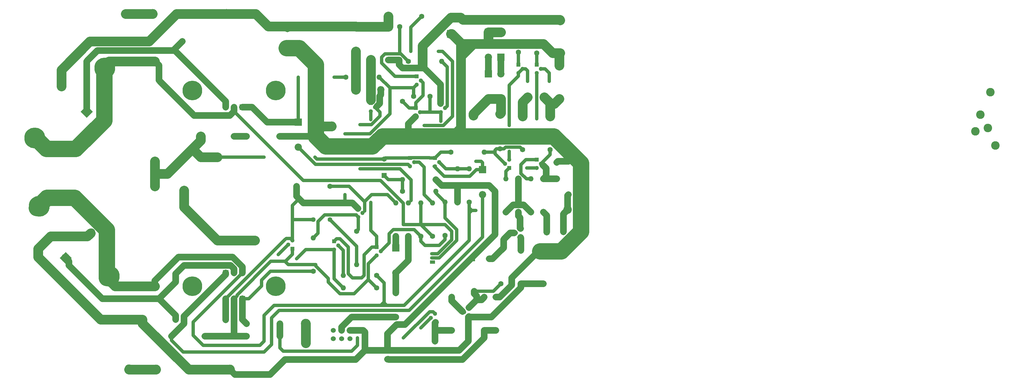
<source format=gbl>
G04 #@! TF.GenerationSoftware,KiCad,Pcbnew,5.0.1+dfsg1-3*
G04 #@! TF.CreationDate,2018-12-20T03:11:08+00:00*
G04 #@! TF.ProjectId,Trimodal Blameless,5472696D6F64616C20426C616D656C65,rev?*
G04 #@! TF.SameCoordinates,Original*
G04 #@! TF.FileFunction,Copper,L2,Bot,Signal*
G04 #@! TF.FilePolarity,Positive*
%FSLAX46Y46*%
G04 Gerber Fmt 4.6, Leading zero omitted, Abs format (unit mm)*
G04 Created by KiCad (PCBNEW 5.0.1+dfsg1-3) date Thu 20 Dec 2018 03:11:08 UTC*
%MOMM*%
%LPD*%
G01*
G04 APERTURE LIST*
G04 #@! TA.AperFunction,ComponentPad*
%ADD10C,6.000000*%
G04 #@! TD*
G04 #@! TA.AperFunction,ComponentPad*
%ADD11C,2.600000*%
G04 #@! TD*
G04 #@! TA.AperFunction,Conductor*
%ADD12C,0.100000*%
G04 #@! TD*
G04 #@! TA.AperFunction,ComponentPad*
%ADD13C,6.350000*%
G04 #@! TD*
G04 #@! TA.AperFunction,ComponentPad*
%ADD14O,2.400000X2.400000*%
G04 #@! TD*
G04 #@! TA.AperFunction,ComponentPad*
%ADD15C,2.400000*%
G04 #@! TD*
G04 #@! TA.AperFunction,ComponentPad*
%ADD16R,2.000000X2.000000*%
G04 #@! TD*
G04 #@! TA.AperFunction,ComponentPad*
%ADD17C,2.000000*%
G04 #@! TD*
G04 #@! TA.AperFunction,ComponentPad*
%ADD18R,2.400000X2.400000*%
G04 #@! TD*
G04 #@! TA.AperFunction,ComponentPad*
%ADD19C,1.600000*%
G04 #@! TD*
G04 #@! TA.AperFunction,ComponentPad*
%ADD20R,1.600000X1.600000*%
G04 #@! TD*
G04 #@! TA.AperFunction,ComponentPad*
%ADD21R,2.200000X2.200000*%
G04 #@! TD*
G04 #@! TA.AperFunction,ComponentPad*
%ADD22O,2.200000X2.200000*%
G04 #@! TD*
G04 #@! TA.AperFunction,ComponentPad*
%ADD23C,3.000000*%
G04 #@! TD*
G04 #@! TA.AperFunction,ComponentPad*
%ADD24O,1.800000X1.800000*%
G04 #@! TD*
G04 #@! TA.AperFunction,ComponentPad*
%ADD25R,1.800000X1.800000*%
G04 #@! TD*
G04 #@! TA.AperFunction,ComponentPad*
%ADD26C,1.300000*%
G04 #@! TD*
G04 #@! TA.AperFunction,ComponentPad*
%ADD27R,1.300000X1.300000*%
G04 #@! TD*
G04 #@! TA.AperFunction,ComponentPad*
%ADD28O,1.500000X1.050000*%
G04 #@! TD*
G04 #@! TA.AperFunction,ComponentPad*
%ADD29R,1.500000X1.050000*%
G04 #@! TD*
G04 #@! TA.AperFunction,ComponentPad*
%ADD30C,1.440000*%
G04 #@! TD*
G04 #@! TA.AperFunction,ComponentPad*
%ADD31O,1.600000X1.600000*%
G04 #@! TD*
G04 #@! TA.AperFunction,ComponentPad*
%ADD32R,1.524000X1.524000*%
G04 #@! TD*
G04 #@! TA.AperFunction,ComponentPad*
%ADD33C,1.524000*%
G04 #@! TD*
G04 #@! TA.AperFunction,ViaPad*
%ADD34C,1.000000*%
G04 #@! TD*
G04 #@! TA.AperFunction,ViaPad*
%ADD35C,3.000000*%
G04 #@! TD*
G04 #@! TA.AperFunction,ViaPad*
%ADD36C,2.000000*%
G04 #@! TD*
G04 #@! TA.AperFunction,Conductor*
%ADD37C,3.000000*%
G04 #@! TD*
G04 #@! TA.AperFunction,Conductor*
%ADD38C,1.000000*%
G04 #@! TD*
G04 #@! TA.AperFunction,Conductor*
%ADD39C,5.000000*%
G04 #@! TD*
G04 #@! TA.AperFunction,Conductor*
%ADD40C,2.000000*%
G04 #@! TD*
G04 #@! TA.AperFunction,Conductor*
%ADD41C,0.800000*%
G04 #@! TD*
G04 APERTURE END LIST*
D10*
G04 #@! TO.P,HS2,1*
G04 #@! TO.N,N/C*
X101600000Y-116840000D03*
X76200000Y-116840000D03*
G04 #@! TD*
D11*
G04 #@! TO.P,TR9,1*
G04 #@! TO.N,Net-(R26-Pad1)*
X43979212Y-63550252D03*
D12*
G04 #@! TD*
G04 #@! TO.N,Net-(R26-Pad1)*
G04 #@! TO.C,TR9*
G36*
X43979212Y-61711774D02*
X45817690Y-63550252D01*
X43979212Y-65388730D01*
X42140734Y-63550252D01*
X43979212Y-61711774D01*
X43979212Y-61711774D01*
G37*
D11*
G04 #@! TO.P,TR9,2*
G04 #@! TO.N,VCC*
X36257606Y-55828646D03*
D13*
G04 #@! TO.P,TR9,3*
G04 #@! TO.N,Net-(R17-Pad2)*
X49530000Y-50292000D03*
X28175375Y-71646625D03*
G04 #@! TD*
D14*
G04 #@! TO.P,R16,2*
G04 #@! TO.N,NFB*
X64770000Y-86360000D03*
D15*
G04 #@! TO.P,R16,1*
G04 #@! TO.N,Net-(D7-Pad1)*
X64770000Y-116840000D03*
G04 #@! TD*
D13*
G04 #@! TO.P,TR7,3*
G04 #@! TO.N,Net-(D7-Pad1)*
X29495627Y-92400163D03*
X50850252Y-113754788D03*
D11*
G04 #@! TO.P,TR7,2*
G04 #@! TO.N,VAA*
X45313606Y-100482394D03*
G04 #@! TO.P,TR7,1*
G04 #@! TO.N,Net-(R25-Pad2)*
X37592000Y-108204000D03*
D12*
G04 #@! TD*
G04 #@! TO.N,Net-(R25-Pad2)*
G04 #@! TO.C,TR7*
G36*
X39430478Y-108204000D02*
X37592000Y-110042478D01*
X35753522Y-108204000D01*
X37592000Y-106365522D01*
X39430478Y-108204000D01*
X39430478Y-108204000D01*
G37*
D16*
G04 #@! TO.P,C2,1*
G04 #@! TO.N,Net-(C2-Pad1)*
X161798000Y-64770000D03*
D17*
G04 #@! TO.P,C2,2*
G04 #@! TO.N,GND*
X161798000Y-69770000D03*
G04 #@! TD*
G04 #@! TO.P,C9,2*
G04 #@! TO.N,GND*
X110744000Y-134192000D03*
D16*
G04 #@! TO.P,C9,1*
G04 #@! TO.N,VAA*
X110744000Y-139192000D03*
G04 #@! TD*
G04 #@! TO.P,C10,1*
G04 #@! TO.N,GND*
X105156000Y-43354000D03*
D17*
G04 #@! TO.P,C10,2*
G04 #@! TO.N,VCC*
X105156000Y-38354000D03*
G04 #@! TD*
D18*
G04 #@! TO.P,C12,1*
G04 #@! TO.N,GND*
X154940000Y-39878000D03*
D15*
G04 #@! TO.P,C12,2*
G04 #@! TO.N,Net-(C12-Pad2)*
X154940000Y-34878000D03*
G04 #@! TD*
D19*
G04 #@! TO.P,C1,2*
G04 #@! TO.N,Net-(C1-Pad2)*
X189150000Y-100330000D03*
D20*
G04 #@! TO.P,C1,1*
G04 #@! TO.N,Net-(C1-Pad1)*
X184150000Y-100330000D03*
G04 #@! TD*
G04 #@! TO.P,C4,1*
G04 #@! TO.N,Net-(C4-Pad1)*
X86360000Y-132080000D03*
D19*
G04 #@! TO.P,C4,2*
G04 #@! TO.N,Net-(C3-Pad1)*
X86360000Y-127080000D03*
G04 #@! TD*
G04 #@! TO.P,C5,2*
G04 #@! TO.N,NFB*
X134620000Y-78058000D03*
D20*
G04 #@! TO.P,C5,1*
G04 #@! TO.N,Net-(C5-Pad1)*
X134620000Y-83058000D03*
G04 #@! TD*
G04 #@! TO.P,C15,1*
G04 #@! TO.N,Net-(C15-Pad1)*
X178308000Y-59182000D03*
D19*
G04 #@! TO.P,C15,2*
G04 #@! TO.N,Net-(C15-Pad2)*
X183308000Y-59182000D03*
G04 #@! TD*
G04 #@! TO.P,C14,2*
G04 #@! TO.N,Net-(C14-Pad2)*
X166544000Y-108458000D03*
D20*
G04 #@! TO.P,C14,1*
G04 #@! TO.N,VAA*
X161544000Y-108458000D03*
G04 #@! TD*
G04 #@! TO.P,C11,1*
G04 #@! TO.N,VAA*
X135636000Y-134112000D03*
D19*
G04 #@! TO.P,C11,2*
G04 #@! TO.N,Net-(C11-Pad2)*
X135636000Y-139112000D03*
G04 #@! TD*
G04 #@! TO.P,C3,2*
G04 #@! TO.N,Net-(C3-Pad2)*
X148590000Y-58928000D03*
G04 #@! TO.P,C3,1*
G04 #@! TO.N,Net-(C3-Pad1)*
X143590000Y-58928000D03*
G04 #@! TD*
G04 #@! TO.P,C16,1*
G04 #@! TO.N,Net-(C16-Pad1)*
X187198000Y-84074000D03*
G04 #@! TO.P,C16,2*
G04 #@! TO.N,GND*
X187198000Y-79074000D03*
G04 #@! TD*
G04 #@! TO.P,C13,2*
G04 #@! TO.N,VCC*
X114808000Y-38260000D03*
G04 #@! TO.P,C13,1*
G04 #@! TO.N,GND*
X114808000Y-48260000D03*
G04 #@! TD*
G04 #@! TO.P,C7,1*
G04 #@! TO.N,VAA*
X183134000Y-116078000D03*
G04 #@! TO.P,C7,2*
G04 #@! TO.N,GND*
X183134000Y-106078000D03*
G04 #@! TD*
G04 #@! TO.P,C6,2*
G04 #@! TO.N,GND*
X102710000Y-71120000D03*
G04 #@! TO.P,C6,1*
G04 #@! TO.N,Net-(C6-Pad1)*
X92710000Y-71120000D03*
G04 #@! TD*
G04 #@! TO.P,C17,1*
G04 #@! TO.N,GND*
X188214000Y-45720000D03*
G04 #@! TO.P,C17,2*
G04 #@! TO.N,Net-(C12-Pad2)*
X188214000Y-35720000D03*
G04 #@! TD*
D11*
G04 #@! TO.P,J4,1*
G04 #@! TO.N,GND*
X119888000Y-74168000D03*
G04 #@! TD*
G04 #@! TO.P,J3,1*
G04 #@! TO.N,Net-(J3-Pad1)*
X95250000Y-102870000D03*
G04 #@! TD*
G04 #@! TO.P,J2,1*
G04 #@! TO.N,GND*
X190246000Y-74930000D03*
G04 #@! TD*
G04 #@! TO.P,J1,1*
G04 #@! TO.N,Net-(C1-Pad2)*
X190500000Y-93472000D03*
G04 #@! TD*
D21*
G04 #@! TO.P,D5,1*
G04 #@! TO.N,Net-(D5-Pad1)*
X125984000Y-56896000D03*
D22*
G04 #@! TO.P,D5,2*
G04 #@! TO.N,Net-(D5-Pad2)*
X133604000Y-56896000D03*
G04 #@! TD*
D21*
G04 #@! TO.P,D1,1*
G04 #@! TO.N,Net-(D1-Pad1)*
X166370000Y-52070000D03*
D22*
G04 #@! TO.P,D1,2*
G04 #@! TO.N,Net-(C2-Pad1)*
X166370000Y-59690000D03*
G04 #@! TD*
G04 #@! TO.P,D2,2*
G04 #@! TO.N,Net-(D1-Pad1)*
X166370000Y-46990000D03*
D21*
G04 #@! TO.P,D2,1*
G04 #@! TO.N,GND*
X166370000Y-39370000D03*
G04 #@! TD*
G04 #@! TO.P,D4,1*
G04 #@! TO.N,Net-(D3-Pad2)*
X170180000Y-46990000D03*
D22*
G04 #@! TO.P,D4,2*
G04 #@! TO.N,GND*
X170180000Y-39370000D03*
G04 #@! TD*
G04 #@! TO.P,D6,2*
G04 #@! TO.N,Net-(D5-Pad1)*
X125984000Y-45212000D03*
D21*
G04 #@! TO.P,D6,1*
G04 #@! TO.N,VCC*
X125984000Y-37592000D03*
G04 #@! TD*
G04 #@! TO.P,D7,1*
G04 #@! TO.N,Net-(D7-Pad1)*
X164592000Y-81280000D03*
D22*
G04 #@! TO.P,D7,2*
G04 #@! TO.N,Net-(D7-Pad2)*
X164592000Y-88900000D03*
G04 #@! TD*
G04 #@! TO.P,D8,2*
G04 #@! TO.N,Net-(D8-Pad2)*
X108458000Y-74422000D03*
D21*
G04 #@! TO.P,D8,1*
G04 #@! TO.N,Net-(D8-Pad1)*
X108458000Y-66802000D03*
G04 #@! TD*
G04 #@! TO.P,D9,1*
G04 #@! TO.N,Net-(D9-Pad1)*
X138176000Y-105156000D03*
D22*
G04 #@! TO.P,D9,2*
G04 #@! TO.N,Net-(D9-Pad2)*
X138176000Y-112776000D03*
G04 #@! TD*
D23*
G04 #@! TO.P,F1,2*
G04 #@! TO.N,VAA*
X87630000Y-142240000D03*
G04 #@! TO.P,F1,1*
G04 #@! TO.N,+24V*
X65030000Y-142240000D03*
G04 #@! TD*
G04 #@! TO.P,F2,1*
G04 #@! TO.N,-24V*
X64014000Y-33782000D03*
G04 #@! TO.P,F2,2*
G04 #@! TO.N,VCC*
X86614000Y-33782000D03*
G04 #@! TD*
D15*
G04 #@! TO.P,L1,1*
G04 #@! TO.N,NFB*
X83820000Y-77470000D03*
D14*
G04 #@! TO.P,L1,2*
G04 #@! TO.N,Net-(J3-Pad1)*
X83820000Y-102870000D03*
G04 #@! TD*
D24*
G04 #@! TO.P,TR6,3*
G04 #@! TO.N,Net-(D7-Pad1)*
X91440000Y-112776000D03*
G04 #@! TO.P,TR6,2*
G04 #@! TO.N,Net-(R25-Pad2)*
X88900000Y-112776000D03*
D25*
G04 #@! TO.P,TR6,1*
G04 #@! TO.N,Net-(D7-Pad2)*
X86360000Y-112776000D03*
G04 #@! TD*
G04 #@! TO.P,TR13,1*
G04 #@! TO.N,Net-(R10-Pad2)*
X91440000Y-120650000D03*
D24*
G04 #@! TO.P,TR13,2*
G04 #@! TO.N,Net-(C4-Pad1)*
X88900000Y-120650000D03*
G04 #@! TO.P,TR13,3*
G04 #@! TO.N,Net-(C3-Pad1)*
X86360000Y-120650000D03*
G04 #@! TD*
D26*
G04 #@! TO.P,TR12,2*
G04 #@! TO.N,Net-(C3-Pad2)*
X145542000Y-63754000D03*
G04 #@! TO.P,TR12,3*
G04 #@! TO.N,GND*
X144272000Y-65024000D03*
D27*
G04 #@! TO.P,TR12,1*
G04 #@! TO.N,Net-(R36-Pad1)*
X144272000Y-62484000D03*
G04 #@! TD*
G04 #@! TO.P,TR20,1*
G04 #@! TO.N,Net-(C3-Pad1)*
X126746000Y-93218000D03*
D26*
G04 #@! TO.P,TR20,3*
G04 #@! TO.N,Net-(R11-Pad2)*
X126746000Y-95758000D03*
G04 #@! TO.P,TR20,2*
G04 #@! TO.N,Net-(R32-Pad1)*
X128016000Y-94488000D03*
G04 #@! TD*
G04 #@! TO.P,TR21,2*
G04 #@! TO.N,Net-(R41-Pad2)*
X159004000Y-124714000D03*
G04 #@! TO.P,TR21,3*
G04 #@! TO.N,Net-(R49-Pad1)*
X160274000Y-123444000D03*
D27*
G04 #@! TO.P,TR21,1*
G04 #@! TO.N,VAA*
X160274000Y-125984000D03*
G04 #@! TD*
G04 #@! TO.P,TR19,1*
G04 #@! TO.N,NFB*
X142494000Y-77724000D03*
D26*
G04 #@! TO.P,TR19,3*
G04 #@! TO.N,Net-(D8-Pad2)*
X142494000Y-80264000D03*
G04 #@! TO.P,TR19,2*
G04 #@! TO.N,Net-(R27-Pad2)*
X143764000Y-78994000D03*
G04 #@! TD*
G04 #@! TO.P,TR17,2*
G04 #@! TO.N,Net-(D5-Pad2)*
X131826000Y-62230000D03*
G04 #@! TO.P,TR17,3*
G04 #@! TO.N,Net-(TR15-Pad1)*
X130556000Y-63500000D03*
D27*
G04 #@! TO.P,TR17,1*
G04 #@! TO.N,Net-(R45-Pad1)*
X130556000Y-60960000D03*
G04 #@! TD*
G04 #@! TO.P,TR16,1*
G04 #@! TO.N,Net-(TR15-Pad1)*
X119380000Y-103124000D03*
D26*
G04 #@! TO.P,TR16,3*
G04 #@! TO.N,Net-(R15-Pad2)*
X119380000Y-105664000D03*
G04 #@! TO.P,TR16,2*
G04 #@! TO.N,Net-(R20-Pad2)*
X120650000Y-104394000D03*
G04 #@! TD*
G04 #@! TO.P,TR15,2*
G04 #@! TO.N,Net-(R30-Pad1)*
X133604000Y-106172000D03*
G04 #@! TO.P,TR15,3*
G04 #@! TO.N,Net-(C4-Pad1)*
X132334000Y-107442000D03*
D27*
G04 #@! TO.P,TR15,1*
G04 #@! TO.N,Net-(TR15-Pad1)*
X132334000Y-104902000D03*
G04 #@! TD*
G04 #@! TO.P,TR14,1*
G04 #@! TO.N,Net-(C4-Pad1)*
X106680000Y-105410000D03*
D26*
G04 #@! TO.P,TR14,3*
G04 #@! TO.N,Net-(C3-Pad1)*
X106680000Y-102870000D03*
G04 #@! TO.P,TR14,2*
G04 #@! TO.N,Net-(R15-Pad2)*
X105410000Y-104140000D03*
G04 #@! TD*
G04 #@! TO.P,TR11,2*
G04 #@! TO.N,Net-(TR10-Pad2)*
X176784000Y-50546000D03*
G04 #@! TO.P,TR11,3*
X175514000Y-51816000D03*
D27*
G04 #@! TO.P,TR11,1*
G04 #@! TO.N,Net-(R7-Pad1)*
X175514000Y-49276000D03*
G04 #@! TD*
G04 #@! TO.P,TR10,1*
G04 #@! TO.N,Net-(R6-Pad1)*
X181102000Y-49276000D03*
D26*
G04 #@! TO.P,TR10,3*
G04 #@! TO.N,Net-(C3-Pad2)*
X181102000Y-51816000D03*
G04 #@! TO.P,TR10,2*
G04 #@! TO.N,Net-(TR10-Pad2)*
X182372000Y-50546000D03*
G04 #@! TD*
G04 #@! TO.P,TR5,2*
G04 #@! TO.N,Net-(R49-Pad1)*
X148844000Y-126492000D03*
G04 #@! TO.P,TR5,3*
G04 #@! TO.N,Net-(R10-Pad1)*
X150114000Y-125222000D03*
D27*
G04 #@! TO.P,TR5,1*
G04 #@! TO.N,Net-(R13-Pad2)*
X150114000Y-127762000D03*
G04 #@! TD*
G04 #@! TO.P,TR4,1*
G04 #@! TO.N,Net-(R34-Pad1)*
X144526000Y-52832000D03*
D26*
G04 #@! TO.P,TR4,3*
G04 #@! TO.N,Net-(C3-Pad1)*
X144526000Y-55372000D03*
G04 #@! TO.P,TR4,2*
G04 #@! TO.N,Net-(R36-Pad1)*
X145796000Y-54102000D03*
G04 #@! TD*
G04 #@! TO.P,TR3,2*
G04 #@! TO.N,Net-(R40-Pad1)*
X171450000Y-79502000D03*
G04 #@! TO.P,TR3,3*
G04 #@! TO.N,Net-(TR10-Pad2)*
X172720000Y-78232000D03*
D27*
G04 #@! TO.P,TR3,1*
G04 #@! TO.N,Net-(R3-Pad2)*
X172720000Y-80772000D03*
G04 #@! TD*
G04 #@! TO.P,TR18,1*
G04 #@! TO.N,NFB*
X150114000Y-77724000D03*
D26*
G04 #@! TO.P,TR18,3*
G04 #@! TO.N,Net-(D7-Pad1)*
X150114000Y-80264000D03*
G04 #@! TO.P,TR18,2*
G04 #@! TO.N,Net-(R21-Pad2)*
X151384000Y-78994000D03*
G04 #@! TD*
G04 #@! TO.P,TR2,2*
G04 #@! TO.N,Net-(C16-Pad1)*
X182372000Y-79502000D03*
G04 #@! TO.P,TR2,3*
G04 #@! TO.N,Net-(C3-Pad2)*
X181102000Y-80772000D03*
D27*
G04 #@! TO.P,TR2,1*
G04 #@! TO.N,Net-(R2-Pad2)*
X181102000Y-78232000D03*
G04 #@! TD*
G04 #@! TO.P,TR1,1*
G04 #@! TO.N,Net-(R4-Pad2)*
X176022000Y-101854000D03*
D26*
G04 #@! TO.P,TR1,3*
G04 #@! TO.N,Net-(R35-Pad1)*
X176022000Y-99314000D03*
G04 #@! TO.P,TR1,2*
G04 #@! TO.N,Net-(C14-Pad2)*
X174752000Y-100584000D03*
G04 #@! TD*
G04 #@! TO.P,Q6,2*
G04 #@! TO.N,Net-(Q6-Pad2)*
X153162000Y-62484000D03*
G04 #@! TO.P,Q6,3*
G04 #@! TO.N,Net-(C3-Pad2)*
X151892000Y-63754000D03*
D27*
G04 #@! TO.P,Q6,1*
G04 #@! TO.N,Net-(C12-Pad2)*
X151892000Y-61214000D03*
G04 #@! TD*
D28*
G04 #@! TO.P,RG1,2*
G04 #@! TO.N,Net-(R30-Pad2)*
X149352000Y-108204000D03*
G04 #@! TO.P,RG1,3*
G04 #@! TO.N,Net-(R17-Pad2)*
X149352000Y-106934000D03*
D29*
G04 #@! TO.P,RG1,1*
G04 #@! TO.N,N/C*
X149352000Y-109474000D03*
G04 #@! TD*
D30*
G04 #@! TO.P,PR1,3*
G04 #@! TO.N,Net-(C3-Pad1)*
X113030000Y-96520000D03*
G04 #@! TO.P,PR1,2*
X115570000Y-91440000D03*
G04 #@! TO.P,PR1,1*
G04 #@! TO.N,Net-(PR1-Pad1)*
X118110000Y-96520000D03*
G04 #@! TD*
D19*
G04 #@! TO.P,R42,1*
G04 #@! TO.N,VAA*
X150368000Y-84328000D03*
D31*
G04 #@! TO.P,R42,2*
G04 #@! TO.N,Net-(C5-Pad1)*
X140208000Y-84328000D03*
G04 #@! TD*
G04 #@! TO.P,R12,2*
G04 #@! TO.N,Net-(C4-Pad1)*
X80010000Y-132080000D03*
D19*
G04 #@! TO.P,R12,1*
G04 #@! TO.N,Net-(D7-Pad2)*
X69850000Y-132080000D03*
G04 #@! TD*
G04 #@! TO.P,R11,1*
G04 #@! TO.N,Net-(R10-Pad2)*
X113030000Y-112268000D03*
D31*
G04 #@! TO.P,R11,2*
G04 #@! TO.N,Net-(R11-Pad2)*
X113030000Y-102108000D03*
G04 #@! TD*
G04 #@! TO.P,R10,2*
G04 #@! TO.N,Net-(R10-Pad2)*
X92710000Y-128270000D03*
D19*
G04 #@! TO.P,R10,1*
G04 #@! TO.N,Net-(R10-Pad1)*
X102870000Y-128270000D03*
G04 #@! TD*
G04 #@! TO.P,R14,1*
G04 #@! TO.N,Net-(R10-Pad1)*
X102870000Y-132080000D03*
D31*
G04 #@! TO.P,R14,2*
G04 #@! TO.N,Net-(C4-Pad1)*
X92710000Y-132080000D03*
G04 #@! TD*
G04 #@! TO.P,R9,2*
G04 #@! TO.N,Net-(C1-Pad1)*
X183134000Y-94234000D03*
D19*
G04 #@! TO.P,R9,1*
G04 #@! TO.N,Net-(C16-Pad1)*
X183134000Y-84074000D03*
G04 #@! TD*
G04 #@! TO.P,R8,1*
G04 #@! TO.N,NFB*
X154940000Y-75946000D03*
D31*
G04 #@! TO.P,R8,2*
G04 #@! TO.N,Net-(R40-Pad1)*
X165100000Y-75946000D03*
G04 #@! TD*
G04 #@! TO.P,R7,2*
G04 #@! TO.N,Net-(C12-Pad2)*
X175514000Y-35306000D03*
D19*
G04 #@! TO.P,R7,1*
G04 #@! TO.N,Net-(R7-Pad1)*
X175514000Y-45466000D03*
G04 #@! TD*
G04 #@! TO.P,R6,1*
G04 #@! TO.N,Net-(R6-Pad1)*
X181102000Y-45720000D03*
D31*
G04 #@! TO.P,R6,2*
G04 #@! TO.N,Net-(C12-Pad2)*
X181102000Y-35560000D03*
G04 #@! TD*
G04 #@! TO.P,R5,2*
G04 #@! TO.N,Net-(C14-Pad2)*
X170180000Y-105918000D03*
D19*
G04 #@! TO.P,R5,1*
G04 #@! TO.N,Net-(R49-Pad1)*
X170180000Y-116078000D03*
G04 #@! TD*
G04 #@! TO.P,R4,1*
G04 #@! TO.N,VAA*
X176276000Y-116078000D03*
D31*
G04 #@! TO.P,R4,2*
G04 #@! TO.N,Net-(R4-Pad2)*
X176276000Y-105918000D03*
G04 #@! TD*
G04 #@! TO.P,R2,2*
G04 #@! TO.N,Net-(R2-Pad2)*
X179324000Y-84074000D03*
D19*
G04 #@! TO.P,R2,1*
G04 #@! TO.N,Net-(R2-Pad1)*
X179324000Y-94234000D03*
G04 #@! TD*
G04 #@! TO.P,R1,1*
G04 #@! TO.N,Net-(C16-Pad1)*
X185166000Y-75184000D03*
D31*
G04 #@! TO.P,R1,2*
G04 #@! TO.N,Net-(C15-Pad2)*
X185166000Y-65024000D03*
G04 #@! TD*
G04 #@! TO.P,R34,2*
G04 #@! TO.N,Net-(Q6-Pad2)*
X152146000Y-48260000D03*
D19*
G04 #@! TO.P,R34,1*
G04 #@! TO.N,Net-(R34-Pad1)*
X141986000Y-48260000D03*
G04 #@! TD*
G04 #@! TO.P,R15,1*
G04 #@! TO.N,Net-(C4-Pad1)*
X132334000Y-117348000D03*
D31*
G04 #@! TO.P,R15,2*
G04 #@! TO.N,Net-(R15-Pad2)*
X122174000Y-117348000D03*
G04 #@! TD*
G04 #@! TO.P,R35,2*
G04 #@! TO.N,Net-(R2-Pad1)*
X175514000Y-84074000D03*
D19*
G04 #@! TO.P,R35,1*
G04 #@! TO.N,Net-(R35-Pad1)*
X175514000Y-94234000D03*
G04 #@! TD*
G04 #@! TO.P,R36,1*
G04 #@! TO.N,Net-(R36-Pad1)*
X140208000Y-60452000D03*
D31*
G04 #@! TO.P,R36,2*
G04 #@! TO.N,Net-(C12-Pad2)*
X140208000Y-50292000D03*
G04 #@! TD*
G04 #@! TO.P,R37,2*
G04 #@! TO.N,Net-(C12-Pad2)*
X135890000Y-47848118D03*
D19*
G04 #@! TO.P,R37,1*
G04 #@! TO.N,VCC*
X135890000Y-37688118D03*
G04 #@! TD*
G04 #@! TO.P,R38,1*
G04 #@! TO.N,Net-(R34-Pad1)*
X139282124Y-37688118D03*
D31*
G04 #@! TO.P,R38,2*
G04 #@! TO.N,Net-(C12-Pad2)*
X139282124Y-47848118D03*
G04 #@! TD*
G04 #@! TO.P,R39,2*
G04 #@! TO.N,GND*
X168656000Y-120142000D03*
D19*
G04 #@! TO.P,R39,1*
G04 #@! TO.N,Net-(C11-Pad2)*
X168656000Y-130302000D03*
G04 #@! TD*
G04 #@! TO.P,R40,1*
G04 #@! TO.N,Net-(R40-Pad1)*
X169926000Y-74930000D03*
D31*
G04 #@! TO.P,R40,2*
G04 #@! TO.N,Net-(C2-Pad1)*
X169926000Y-64770000D03*
G04 #@! TD*
G04 #@! TO.P,R3,2*
G04 #@! TO.N,Net-(R3-Pad2)*
X171704000Y-84074000D03*
D19*
G04 #@! TO.P,R3,1*
G04 #@! TO.N,Net-(R2-Pad1)*
X171704000Y-94234000D03*
G04 #@! TD*
G04 #@! TO.P,R13,1*
G04 #@! TO.N,VAA*
X160274000Y-133604000D03*
D31*
G04 #@! TO.P,R13,2*
G04 #@! TO.N,Net-(R13-Pad2)*
X150114000Y-133604000D03*
G04 #@! TD*
G04 #@! TO.P,R43,2*
G04 #@! TO.N,Net-(R30-Pad2)*
X150368000Y-87884000D03*
D19*
G04 #@! TO.P,R43,1*
G04 #@! TO.N,Net-(C5-Pad1)*
X140208000Y-87884000D03*
G04 #@! TD*
G04 #@! TO.P,R44,1*
G04 #@! TO.N,Net-(D9-Pad2)*
X141986000Y-101600000D03*
D31*
G04 #@! TO.P,R44,2*
G04 #@! TO.N,Net-(D5-Pad2)*
X141986000Y-91440000D03*
G04 #@! TD*
G04 #@! TO.P,R45,2*
G04 #@! TO.N,VCC*
X130556000Y-37592000D03*
D19*
G04 #@! TO.P,R45,1*
G04 #@! TO.N,Net-(R45-Pad1)*
X130556000Y-47752000D03*
G04 #@! TD*
G04 #@! TO.P,R46,1*
G04 #@! TO.N,Net-(C15-Pad2)*
X187960000Y-59690000D03*
D31*
G04 #@! TO.P,R46,2*
G04 #@! TO.N,GND*
X187960000Y-49530000D03*
G04 #@! TD*
G04 #@! TO.P,R47,2*
G04 #@! TO.N,Net-(C15-Pad1)*
X176784000Y-65024000D03*
D19*
G04 #@! TO.P,R47,1*
G04 #@! TO.N,Net-(R40-Pad1)*
X176784000Y-75184000D03*
G04 #@! TD*
G04 #@! TO.P,R48,1*
G04 #@! TO.N,Net-(C1-Pad2)*
X190754000Y-88900000D03*
D31*
G04 #@! TO.P,R48,2*
G04 #@! TO.N,GND*
X190754000Y-78740000D03*
G04 #@! TD*
G04 #@! TO.P,R49,2*
G04 #@! TO.N,Net-(C11-Pad2)*
X165100000Y-130302000D03*
D19*
G04 #@! TO.P,R49,1*
G04 #@! TO.N,Net-(R49-Pad1)*
X165100000Y-120142000D03*
G04 #@! TD*
G04 #@! TO.P,R18,1*
G04 #@! TO.N,NFB*
X78740000Y-71120000D03*
D31*
G04 #@! TO.P,R18,2*
G04 #@! TO.N,Net-(C6-Pad1)*
X88900000Y-71120000D03*
G04 #@! TD*
G04 #@! TO.P,R19,2*
G04 #@! TO.N,NFB*
X73660000Y-77470000D03*
D19*
G04 #@! TO.P,R19,1*
G04 #@! TO.N,Net-(J3-Pad1)*
X73660000Y-87630000D03*
G04 #@! TD*
G04 #@! TO.P,R41,1*
G04 #@! TO.N,Net-(R13-Pad2)*
X155194000Y-130302000D03*
D31*
G04 #@! TO.P,R41,2*
G04 #@! TO.N,Net-(R41-Pad2)*
X155194000Y-120142000D03*
G04 #@! TD*
G04 #@! TO.P,R21,2*
G04 #@! TO.N,Net-(R21-Pad2)*
X156972000Y-81026000D03*
D19*
G04 #@! TO.P,R21,1*
G04 #@! TO.N,VAA*
X156972000Y-91186000D03*
G04 #@! TD*
G04 #@! TO.P,R23,1*
G04 #@! TO.N,Net-(D7-Pad1)*
X160528000Y-91186000D03*
D31*
G04 #@! TO.P,R23,2*
G04 #@! TO.N,Net-(R21-Pad2)*
X160528000Y-81026000D03*
G04 #@! TD*
G04 #@! TO.P,R24,2*
G04 #@! TO.N,Net-(C3-Pad1)*
X133096000Y-53086000D03*
D19*
G04 #@! TO.P,R24,1*
G04 #@! TO.N,Net-(D8-Pad1)*
X122936000Y-53086000D03*
G04 #@! TD*
G04 #@! TO.P,R25,1*
G04 #@! TO.N,VAA*
X60960000Y-127000000D03*
D31*
G04 #@! TO.P,R25,2*
G04 #@! TO.N,Net-(R25-Pad2)*
X71120000Y-127000000D03*
G04 #@! TD*
G04 #@! TO.P,R26,2*
G04 #@! TO.N,VCC*
X62992000Y-42164000D03*
D19*
G04 #@! TO.P,R26,1*
G04 #@! TO.N,Net-(R26-Pad1)*
X73152000Y-42164000D03*
G04 #@! TD*
G04 #@! TO.P,R27,1*
G04 #@! TO.N,Net-(R17-Pad2)*
X149352000Y-101600000D03*
D31*
G04 #@! TO.P,R27,2*
G04 #@! TO.N,Net-(R27-Pad2)*
X149352000Y-91440000D03*
G04 #@! TD*
G04 #@! TO.P,R29,2*
G04 #@! TO.N,VCC*
X135890000Y-34544000D03*
D19*
G04 #@! TO.P,R29,1*
G04 #@! TO.N,Net-(R27-Pad2)*
X146050000Y-34544000D03*
G04 #@! TD*
G04 #@! TO.P,R31,1*
G04 #@! TO.N,Net-(R30-Pad1)*
X145796000Y-101600000D03*
D31*
G04 #@! TO.P,R31,2*
G04 #@! TO.N,Net-(R17-Pad2)*
X145796000Y-91440000D03*
G04 #@! TD*
G04 #@! TO.P,R32,2*
G04 #@! TO.N,Net-(C3-Pad1)*
X107950000Y-86360000D03*
D19*
G04 #@! TO.P,R32,1*
G04 #@! TO.N,Net-(R32-Pad1)*
X118110000Y-86360000D03*
G04 #@! TD*
G04 #@! TO.P,R33,1*
G04 #@! TO.N,Net-(D9-Pad1)*
X138176000Y-101600000D03*
D31*
G04 #@! TO.P,R33,2*
G04 #@! TO.N,Net-(R32-Pad1)*
X138176000Y-91440000D03*
G04 #@! TD*
G04 #@! TO.P,R30,2*
G04 #@! TO.N,Net-(R30-Pad2)*
X153162000Y-91186000D03*
D19*
G04 #@! TO.P,R30,1*
G04 #@! TO.N,Net-(R30-Pad1)*
X153162000Y-101346000D03*
G04 #@! TD*
G04 #@! TO.P,R20,1*
G04 #@! TO.N,Net-(D7-Pad1)*
X132334000Y-113538000D03*
D31*
G04 #@! TO.P,R20,2*
G04 #@! TO.N,Net-(R20-Pad2)*
X122174000Y-113538000D03*
G04 #@! TD*
D15*
G04 #@! TO.P,R17,1*
G04 #@! TO.N,NFB*
X64770000Y-78740000D03*
D14*
G04 #@! TO.P,R17,2*
G04 #@! TO.N,Net-(R17-Pad2)*
X64770000Y-48260000D03*
G04 #@! TD*
D10*
G04 #@! TO.P,HS1,1*
G04 #@! TO.N,N/C*
X76200000Y-57150000D03*
X101600000Y-57150000D03*
G04 #@! TD*
D25*
G04 #@! TO.P,TR8,1*
G04 #@! TO.N,Net-(D8-Pad1)*
X91440000Y-62230000D03*
D24*
G04 #@! TO.P,TR8,2*
G04 #@! TO.N,Net-(R17-Pad2)*
X88900000Y-62230000D03*
G04 #@! TO.P,TR8,3*
G04 #@! TO.N,Net-(R26-Pad1)*
X86360000Y-62230000D03*
G04 #@! TD*
D21*
G04 #@! TO.P,D3,1*
G04 #@! TO.N,Net-(C2-Pad1)*
X170180000Y-59690000D03*
D22*
G04 #@! TO.P,D3,2*
G04 #@! TO.N,Net-(D3-Pad2)*
X170180000Y-52070000D03*
G04 #@! TD*
D11*
G04 #@! TO.P,JL1,1*
G04 #@! TO.N,Net-(JL1-Pad1)*
X56896000Y-141986000D03*
G04 #@! TD*
G04 #@! TO.P,JL2,1*
G04 #@! TO.N,Net-(JL2-Pad1)*
X56134000Y-33782000D03*
G04 #@! TD*
G04 #@! TO.P,TP1,1*
G04 #@! TO.N,Net-(TP1-Pad1)*
X318516000Y-68580000D03*
G04 #@! TD*
G04 #@! TO.P,TP2,1*
G04 #@! TO.N,Net-(TP2-Pad1)*
X319278000Y-57658000D03*
G04 #@! TD*
G04 #@! TO.P,TP3,1*
G04 #@! TO.N,Net-(TP3-Pad1)*
X316230000Y-64516000D03*
G04 #@! TD*
G04 #@! TO.P,TP4,1*
G04 #@! TO.N,Net-(TP4-Pad1)*
X314706000Y-69596000D03*
G04 #@! TD*
G04 #@! TO.P,TP5,1*
G04 #@! TO.N,Net-(TP5-Pad1)*
X320802000Y-73914000D03*
G04 #@! TD*
G04 #@! TO.P,TP6,1*
G04 #@! TO.N,Net-(TP6-Pad1)*
X113792000Y-63246000D03*
G04 #@! TD*
D19*
G04 #@! TO.P,R22,1*
G04 #@! TO.N,Net-(R11-Pad2)*
X126238000Y-100076000D03*
D31*
G04 #@! TO.P,R22,2*
G04 #@! TO.N,Net-(PR1-Pad1)*
X126238000Y-110236000D03*
G04 #@! TD*
D32*
G04 #@! TO.P,SW1,1*
G04 #@! TO.N,VAA*
X124206000Y-130302000D03*
D33*
G04 #@! TO.P,SW1,2*
G04 #@! TO.N,Net-(D9-Pad2)*
X121666000Y-130302000D03*
G04 #@! TO.P,SW1,3*
G04 #@! TO.N,N/C*
X119126000Y-130302000D03*
G04 #@! TO.P,SW1,4*
X119126000Y-132842000D03*
G04 #@! TO.P,SW1,5*
X121666000Y-132842000D03*
G04 #@! TO.P,SW1,6*
X124206000Y-132842000D03*
G04 #@! TD*
D34*
G04 #@! TO.N,NFB*
X113538000Y-77470000D03*
X98044000Y-77470000D03*
G04 #@! TO.N,Net-(D7-Pad1)*
X162560000Y-93726000D03*
X162560000Y-78740000D03*
G04 #@! TO.N,Net-(C3-Pad1)*
X122682000Y-88900000D03*
X122682000Y-70358000D03*
G04 #@! TO.N,Net-(R27-Pad2)*
X146812000Y-80518000D03*
X146812000Y-67818000D03*
X151130000Y-45212000D03*
X142748000Y-45212000D03*
G04 #@! TO.N,Net-(D8-Pad1)*
X119380000Y-53086000D03*
X108458000Y-53086000D03*
G04 #@! TO.N,Net-(R49-Pad1)*
X145796000Y-129540000D03*
X162052000Y-118364000D03*
D35*
G04 #@! TO.N,GND*
X110744000Y-128270000D03*
X118618000Y-68072000D03*
D36*
G04 #@! TO.N,Net-(D9-Pad2)*
X138176000Y-126238000D03*
X138176000Y-118872000D03*
D34*
G04 #@! TO.N,Net-(D5-Pad2)*
X127254000Y-67564000D03*
X127254000Y-81026000D03*
G04 #@! TO.N,Net-(R15-Pad2)*
X102362000Y-107188000D03*
X107950000Y-108458000D03*
G04 #@! TO.N,Net-(R10-Pad1)*
X140462000Y-132588000D03*
X126492000Y-132588000D03*
G04 #@! TO.N,Net-(C3-Pad2)*
X178054000Y-80772000D03*
X181102000Y-65786000D03*
X151892000Y-66548000D03*
G04 #@! TO.N,Net-(TR10-Pad2)*
X172720000Y-75692000D03*
X178308000Y-54356000D03*
X184912000Y-54356000D03*
X172720000Y-67818000D03*
G04 #@! TO.N,Net-(TR15-Pad1)*
X130556000Y-66040000D03*
X130556000Y-91240894D03*
G04 #@! TD*
D37*
G04 #@! TO.N,NFB*
X68580000Y-82550000D02*
X73660000Y-77470000D01*
X64770000Y-82550000D02*
X68580000Y-82550000D01*
X64770000Y-82550000D02*
X64770000Y-78740000D01*
X64770000Y-86360000D02*
X64770000Y-82550000D01*
X78740000Y-71120000D02*
X78740000Y-72390000D01*
X78740000Y-77470000D02*
X76200000Y-74930000D01*
X83820000Y-77470000D02*
X78740000Y-77470000D01*
X78740000Y-72390000D02*
X76200000Y-74930000D01*
X76200000Y-74930000D02*
X73660000Y-77470000D01*
D38*
X134954000Y-77724000D02*
X134620000Y-78058000D01*
X142494000Y-77724000D02*
X134954000Y-77724000D01*
X151892000Y-75946000D02*
X150114000Y-77724000D01*
X154940000Y-75946000D02*
X151892000Y-75946000D01*
X148383999Y-77643999D02*
X142574001Y-77643999D01*
X142574001Y-77643999D02*
X142494000Y-77724000D01*
X148464000Y-77724000D02*
X148383999Y-77643999D01*
X150114000Y-77724000D02*
X148464000Y-77724000D01*
X83820000Y-77470000D02*
X98044000Y-77470000D01*
X98044000Y-77470000D02*
X98044000Y-77470000D01*
X114126000Y-78058000D02*
X113538000Y-77470000D01*
X134620000Y-78058000D02*
X114126000Y-78058000D01*
D39*
G04 #@! TO.N,Net-(R17-Pad2)*
X49294625Y-66275375D02*
X49294625Y-49765375D01*
X40640000Y-74930000D02*
X49294625Y-66275375D01*
X27940000Y-71120000D02*
X31750000Y-74930000D01*
X31750000Y-74930000D02*
X40640000Y-74930000D01*
D37*
X50800000Y-48260000D02*
X49294625Y-49765375D01*
X64770000Y-48260000D02*
X50800000Y-48260000D01*
D40*
X88900000Y-63502792D02*
X88900000Y-62230000D01*
X65969999Y-54031999D02*
X76708000Y-64770000D01*
X87632792Y-64770000D02*
X88900000Y-63502792D01*
X76708000Y-64770000D02*
X87632792Y-64770000D01*
X65969999Y-49459999D02*
X65969999Y-54031999D01*
X64770000Y-48260000D02*
X65969999Y-49459999D01*
D38*
X145796000Y-98044000D02*
X149352000Y-101600000D01*
X145796000Y-91440000D02*
X145796000Y-98044000D01*
X150902000Y-106934000D02*
X149352000Y-106934000D01*
X155194000Y-102642000D02*
X150902000Y-106934000D01*
X155194000Y-100076000D02*
X155194000Y-102642000D01*
X153162000Y-98044000D02*
X155194000Y-100076000D01*
X145796000Y-98044000D02*
X153162000Y-98044000D01*
X88900000Y-63502792D02*
X88902792Y-63502792D01*
X140462000Y-91505998D02*
X140462000Y-98044000D01*
X109955209Y-84558001D02*
X133514003Y-84558001D01*
X88900000Y-63502792D02*
X109955209Y-84558001D01*
X145796000Y-98044000D02*
X140462000Y-98044000D01*
X133514003Y-84558001D02*
X140462000Y-91505998D01*
D39*
G04 #@! TO.N,Net-(D7-Pad1)*
X31914211Y-89770376D02*
X40240376Y-89770376D01*
X28739212Y-92945375D02*
X31914211Y-89770376D01*
X50093837Y-99623837D02*
X50093837Y-114300000D01*
X40240376Y-89770376D02*
X50093837Y-99623837D01*
D37*
X52633837Y-116840000D02*
X50093837Y-114300000D01*
X64770000Y-116840000D02*
X52633837Y-116840000D01*
D38*
X96774000Y-134874000D02*
X98044000Y-133604000D01*
X98044000Y-133604000D02*
X98044000Y-125730000D01*
X98044000Y-125730000D02*
X101092000Y-122682000D01*
X101092000Y-122682000D02*
X131572000Y-122682000D01*
X149860000Y-80264000D02*
X152908000Y-83312000D01*
X162692000Y-81280000D02*
X164592000Y-81280000D01*
X160660000Y-83312000D02*
X162692000Y-81280000D01*
X152908000Y-83312000D02*
X160660000Y-83312000D01*
X140716000Y-122682000D02*
X160528000Y-102870000D01*
D40*
X88458075Y-107950000D02*
X71962944Y-107950000D01*
X64770000Y-115142944D02*
X64770000Y-116840000D01*
X71962944Y-107950000D02*
X64770000Y-115142944D01*
X91440000Y-110931925D02*
X88458075Y-107950000D01*
X91440000Y-112776000D02*
X91440000Y-110931925D01*
D38*
X76454000Y-131826000D02*
X79502000Y-134874000D01*
X91440000Y-112776000D02*
X76454000Y-127762000D01*
X76454000Y-127762000D02*
X76454000Y-131826000D01*
X79502000Y-134874000D02*
X96774000Y-134874000D01*
X132334000Y-113538000D02*
X133133999Y-114337999D01*
X133133999Y-114337999D02*
X134620000Y-115824000D01*
X134620000Y-121666000D02*
X133604000Y-122682000D01*
X134620000Y-121412000D02*
X134620000Y-122174000D01*
X134620000Y-121412000D02*
X134620000Y-121666000D01*
X131572000Y-122682000D02*
X133604000Y-122682000D01*
X134620000Y-115824000D02*
X134620000Y-121412000D01*
X134620000Y-121666000D02*
X134620000Y-121920000D01*
X134620000Y-121920000D02*
X135382000Y-122682000D01*
X133604000Y-122682000D02*
X135382000Y-122682000D01*
X135382000Y-122682000D02*
X140716000Y-122682000D01*
X160528000Y-92964000D02*
X160528000Y-91186000D01*
X164592000Y-79180000D02*
X164152000Y-78740000D01*
X164592000Y-81280000D02*
X164592000Y-79180000D01*
X164152000Y-78740000D02*
X162560000Y-78740000D01*
X160528000Y-93726000D02*
X160528000Y-92964000D01*
X161290000Y-93726000D02*
X160528000Y-92964000D01*
X161290000Y-93726000D02*
X160528000Y-93726000D01*
X162560000Y-93726000D02*
X161290000Y-93726000D01*
X161290000Y-93726000D02*
X160528000Y-94488000D01*
X160528000Y-102870000D02*
X160528000Y-94488000D01*
X160528000Y-94488000D02*
X160528000Y-93726000D01*
X163068000Y-78740000D02*
X162560000Y-78740000D01*
X162560000Y-78740000D02*
X163068000Y-78740000D01*
G04 #@! TO.N,Net-(R20-Pad2)*
X122174000Y-105918000D02*
X122174000Y-113538000D01*
X120650000Y-104394000D02*
X122174000Y-105918000D01*
G04 #@! TO.N,Net-(R30-Pad2)*
X153162000Y-91186000D02*
X153162000Y-96012000D01*
X153162000Y-96012000D02*
X156718000Y-99568000D01*
X156718000Y-99568000D02*
X156718000Y-102870000D01*
X151384000Y-108204000D02*
X149352000Y-108204000D01*
X156718000Y-102870000D02*
X151384000Y-108204000D01*
X150368000Y-88392000D02*
X153162000Y-91186000D01*
X150368000Y-87884000D02*
X150368000Y-88392000D01*
G04 #@! TO.N,Net-(R30-Pad1)*
X137414000Y-99568000D02*
X143764000Y-99568000D01*
X136144000Y-100838000D02*
X137414000Y-99568000D01*
X133604000Y-106172000D02*
X136144000Y-103632000D01*
X143764000Y-99568000D02*
X145796000Y-101600000D01*
X136144000Y-103632000D02*
X136144000Y-100838000D01*
X151384000Y-104394000D02*
X153162000Y-102616000D01*
X147066000Y-104394000D02*
X151384000Y-104394000D01*
X153162000Y-102616000D02*
X153162000Y-101346000D01*
X145796000Y-101600000D02*
X145796000Y-103124000D01*
X145796000Y-103124000D02*
X147066000Y-104394000D01*
D40*
G04 #@! TO.N,Net-(D9-Pad1)*
X138176000Y-101600000D02*
X138176000Y-105156000D01*
D38*
G04 #@! TO.N,Net-(R32-Pad1)*
X118110000Y-86360000D02*
X123952000Y-86360000D01*
D41*
X128665999Y-93838001D02*
X128016000Y-94488000D01*
D38*
X128665999Y-91073999D02*
X128665999Y-93838001D01*
X123952000Y-86360000D02*
X128665999Y-91073999D01*
X128665999Y-91012352D02*
X128665999Y-91073999D01*
X130778351Y-88900000D02*
X128665999Y-91012352D01*
X135636000Y-88900000D02*
X130778351Y-88900000D01*
X138176000Y-91440000D02*
X135636000Y-88900000D01*
G04 #@! TO.N,Net-(C3-Pad1)*
X113030000Y-96520000D02*
X106680000Y-96520000D01*
X106680000Y-102870000D02*
X106680000Y-96520000D01*
D40*
X124968000Y-91440000D02*
X126646999Y-93118999D01*
X107950000Y-89408000D02*
X107950000Y-86360000D01*
X115570000Y-91440000D02*
X109982000Y-91440000D01*
D38*
X106680000Y-96520000D02*
X106680000Y-92202000D01*
X106680000Y-92202000D02*
X108712000Y-90170000D01*
D40*
X109982000Y-91440000D02*
X108712000Y-90170000D01*
X108712000Y-90170000D02*
X107950000Y-89408000D01*
D38*
X143590000Y-56308000D02*
X144526000Y-55372000D01*
X143590000Y-58928000D02*
X143590000Y-56308000D01*
D40*
X86360000Y-127080000D02*
X86360000Y-120650000D01*
D38*
X104789999Y-102220001D02*
X104394000Y-102616000D01*
X106030001Y-102220001D02*
X104789999Y-102220001D01*
X106680000Y-102870000D02*
X106030001Y-102220001D01*
X86360000Y-120650000D02*
X104394000Y-102616000D01*
X136318000Y-56308000D02*
X133096000Y-53086000D01*
X143590000Y-56308000D02*
X136318000Y-56308000D01*
D40*
X122682000Y-91440000D02*
X124968000Y-91440000D01*
D38*
X122682000Y-91440000D02*
X122682000Y-88900000D01*
D40*
X115570000Y-91440000D02*
X122682000Y-91440000D01*
D38*
X122682000Y-88900000D02*
X122682000Y-88900000D01*
X122682000Y-70358000D02*
X122682000Y-70358000D01*
X136318000Y-61975070D02*
X136318000Y-56308000D01*
X136318000Y-64266506D02*
X136318000Y-61975070D01*
X130226506Y-70358000D02*
X136318000Y-64266506D01*
X122682000Y-70358000D02*
X130226506Y-70358000D01*
D37*
G04 #@! TO.N,VCC*
X44958000Y-42164000D02*
X62992000Y-42164000D01*
X135890000Y-34544000D02*
X135890000Y-37688118D01*
X126080118Y-37688118D02*
X125984000Y-37592000D01*
X135890000Y-37688118D02*
X126080118Y-37688118D01*
X125984000Y-37592000D02*
X99314000Y-37592000D01*
X99314000Y-37592000D02*
X95504000Y-33782000D01*
X71374000Y-33782000D02*
X62992000Y-42164000D01*
X95504000Y-33782000D02*
X71374000Y-33782000D01*
X36257606Y-50864394D02*
X36257606Y-55828646D01*
X44958000Y-42164000D02*
X36257606Y-50864394D01*
D38*
G04 #@! TO.N,Net-(R27-Pad2)*
X146812000Y-88900000D02*
X149352000Y-91440000D01*
X146812000Y-80518000D02*
X146812000Y-80518000D01*
X143764000Y-78994000D02*
X145288000Y-78994000D01*
X145288000Y-78994000D02*
X146812000Y-80518000D01*
X146812000Y-80518000D02*
X146812000Y-88900000D01*
X152654000Y-67818000D02*
X146812000Y-67818000D01*
X155448000Y-65024000D02*
X152654000Y-67818000D01*
X146812000Y-67818000D02*
X146812000Y-67818000D01*
X155448000Y-65024000D02*
X155448000Y-48260000D01*
X155448000Y-48260000D02*
X152400000Y-45212000D01*
X152400000Y-45212000D02*
X151130000Y-45212000D01*
X146050000Y-34544000D02*
X142748000Y-37846000D01*
X142748000Y-37846000D02*
X142748000Y-45212000D01*
X151130000Y-45212000D02*
X151130000Y-45212000D01*
X142748000Y-45212000D02*
X142748000Y-45212000D01*
D40*
G04 #@! TO.N,Net-(R26-Pad1)*
X70358000Y-44958000D02*
X73152000Y-42164000D01*
X47244000Y-44958000D02*
X70358000Y-44958000D01*
X70358000Y-44958000D02*
X70866000Y-44958000D01*
X86360000Y-60452000D02*
X86360000Y-62230000D01*
X70866000Y-44958000D02*
X86360000Y-60452000D01*
X43979212Y-48222788D02*
X43979212Y-63550252D01*
X47244000Y-44958000D02*
X43979212Y-48222788D01*
D37*
G04 #@! TO.N,VAA*
X60960000Y-127000000D02*
X48260000Y-127000000D01*
X29210000Y-107950000D02*
X29210000Y-105410000D01*
X48260000Y-127000000D02*
X29210000Y-107950000D01*
X75068630Y-142240000D02*
X85508680Y-142240000D01*
X85508680Y-142240000D02*
X87630000Y-142240000D01*
X60960000Y-128131370D02*
X75068630Y-142240000D01*
X60960000Y-127000000D02*
X60960000Y-128131370D01*
D40*
X89129999Y-143739999D02*
X99846001Y-143739999D01*
X87630000Y-142240000D02*
X89129999Y-143739999D01*
X104394000Y-139192000D02*
X110744000Y-139192000D01*
X99846001Y-143739999D02*
X104394000Y-139192000D01*
X110744000Y-139192000D02*
X113744000Y-139192000D01*
X113744000Y-139192000D02*
X125984000Y-139192000D01*
X125984000Y-139192000D02*
X128778000Y-136398000D01*
X150368000Y-84328000D02*
X152146000Y-86106000D01*
X156972000Y-86106000D02*
X156972000Y-91186000D01*
X152146000Y-86106000D02*
X156972000Y-86106000D01*
X135636000Y-134112000D02*
X135636000Y-136398000D01*
X128778000Y-136398000D02*
X135636000Y-136398000D01*
X166624000Y-86106000D02*
X168402000Y-87884000D01*
X156972000Y-86106000D02*
X166624000Y-86106000D01*
X168402000Y-87884000D02*
X168402000Y-101092000D01*
X138424000Y-128524000D02*
X135636000Y-131312000D01*
X135636000Y-131312000D02*
X135636000Y-134112000D01*
X168402000Y-101092000D02*
X140970000Y-128524000D01*
X140970000Y-128524000D02*
X138424000Y-128524000D01*
X157480000Y-136398000D02*
X160274000Y-133604000D01*
X135636000Y-136398000D02*
X157480000Y-136398000D01*
X160274000Y-126182002D02*
X160373001Y-126083001D01*
X160274000Y-133604000D02*
X160274000Y-126182002D01*
X167303368Y-126182002D02*
X160274000Y-126182002D01*
X176276000Y-117209370D02*
X167303368Y-126182002D01*
X176276000Y-116078000D02*
X176276000Y-117209370D01*
X183134000Y-116078000D02*
X176276000Y-116078000D01*
X128778000Y-136398000D02*
X128778000Y-130810000D01*
X128270000Y-130302000D02*
X124206000Y-130302000D01*
X128778000Y-130810000D02*
X128270000Y-130302000D01*
D37*
X44196000Y-101600000D02*
X45163145Y-100632855D01*
X33020000Y-101600000D02*
X44196000Y-101600000D01*
X29210000Y-105410000D02*
X33020000Y-101600000D01*
D40*
G04 #@! TO.N,Net-(R25-Pad2)*
X48736373Y-120650000D02*
X66040000Y-120650000D01*
X71120000Y-125730000D02*
X66040000Y-120650000D01*
X71120000Y-127000000D02*
X71120000Y-125730000D01*
X88900000Y-111503208D02*
X88900000Y-112776000D01*
X87886792Y-110490000D02*
X88900000Y-111503208D01*
X73660000Y-110490000D02*
X87886792Y-110490000D01*
X71120000Y-113030000D02*
X73660000Y-110490000D01*
X71120000Y-115570000D02*
X71120000Y-113030000D01*
X66040000Y-120650000D02*
X71120000Y-115570000D01*
X38581949Y-110495576D02*
X48736373Y-120650000D01*
X38581949Y-109193949D02*
X38581949Y-110495576D01*
X37592000Y-108204000D02*
X38581949Y-109193949D01*
G04 #@! TO.N,Net-(D8-Pad1)*
X94340000Y-62230000D02*
X98912000Y-66802000D01*
X91440000Y-62230000D02*
X94340000Y-62230000D01*
X98912000Y-66802000D02*
X108458000Y-66802000D01*
D38*
X108458000Y-66802000D02*
X108458000Y-64702000D01*
X108458000Y-64702000D02*
X108458000Y-53086000D01*
X122936000Y-53086000D02*
X119380000Y-53086000D01*
X119380000Y-53086000D02*
X119380000Y-53086000D01*
X108458000Y-53086000D02*
X108458000Y-53086000D01*
G04 #@! TO.N,Net-(R21-Pad2)*
X153416000Y-81026000D02*
X160528000Y-81026000D01*
X151384000Y-78994000D02*
X153416000Y-81026000D01*
D40*
G04 #@! TO.N,Net-(R13-Pad2)*
X150114000Y-127960002D02*
X150213001Y-127861001D01*
X154062630Y-130302000D02*
X150114000Y-130302000D01*
X155194000Y-130302000D02*
X154062630Y-130302000D01*
X150114000Y-133604000D02*
X150114000Y-130302000D01*
X150114000Y-130302000D02*
X150114000Y-127960002D01*
G04 #@! TO.N,Net-(R41-Pad2)*
X155194000Y-121273370D02*
X158423999Y-124503369D01*
X155194000Y-120142000D02*
X155194000Y-121273370D01*
D37*
G04 #@! TO.N,Net-(J3-Pad1)*
X73660000Y-92710000D02*
X83820000Y-102870000D01*
X73660000Y-87630000D02*
X73660000Y-92710000D01*
X95250000Y-102870000D02*
X83820000Y-102870000D01*
D40*
G04 #@! TO.N,Net-(C6-Pad1)*
X92710000Y-71120000D02*
X88900000Y-71120000D01*
G04 #@! TO.N,Net-(C11-Pad2)*
X165100000Y-132588000D02*
X165100000Y-130302000D01*
X168656000Y-130302000D02*
X165100000Y-130302000D01*
X135970000Y-139112000D02*
X136050000Y-139192000D01*
X135636000Y-139112000D02*
X135970000Y-139112000D01*
X158496000Y-139192000D02*
X165100000Y-132588000D01*
X136050000Y-139192000D02*
X158496000Y-139192000D01*
D38*
G04 #@! TO.N,Net-(R49-Pad1)*
X167894000Y-118364000D02*
X170180000Y-116078000D01*
D40*
X162776001Y-120941999D02*
X160374956Y-123343044D01*
X164300001Y-120941999D02*
X162776001Y-120941999D01*
X165100000Y-120142000D02*
X164300001Y-120941999D01*
D38*
X148844000Y-126492000D02*
X145796000Y-129540000D01*
X167894000Y-118364000D02*
X162052000Y-118364000D01*
X145796000Y-129540000D02*
X145796000Y-129540000D01*
D40*
X162776001Y-119795107D02*
X162776001Y-120941999D01*
X162052000Y-119071106D02*
X162776001Y-119795107D01*
X162052000Y-118364000D02*
X162052000Y-119071106D01*
G04 #@! TO.N,Net-(C1-Pad2)*
X189200001Y-94771999D02*
X189200001Y-100227397D01*
X190500000Y-93472000D02*
X189200001Y-94771999D01*
X190500000Y-89154000D02*
X190754000Y-88900000D01*
X190500000Y-93472000D02*
X190500000Y-89154000D01*
G04 #@! TO.N,GND*
X181610000Y-106172000D02*
X182118000Y-106172000D01*
X173482000Y-114300000D02*
X181610000Y-106172000D01*
X173482000Y-116447370D02*
X173482000Y-114300000D01*
X168656000Y-120142000D02*
X169787370Y-120142000D01*
X169787370Y-120142000D02*
X173482000Y-116447370D01*
D39*
X194500001Y-79337999D02*
X186226003Y-71064001D01*
X194500001Y-100160001D02*
X194500001Y-79337999D01*
X134046001Y-71064001D02*
X130942002Y-74168000D01*
X182118000Y-106172000D02*
X188488002Y-106172000D01*
X188488002Y-106172000D02*
X194500001Y-100160001D01*
D40*
X187532000Y-78740000D02*
X187198000Y-79074000D01*
X190754000Y-78740000D02*
X187532000Y-78740000D01*
D37*
X187960000Y-49530000D02*
X187960000Y-45720000D01*
D39*
X186226003Y-71064001D02*
X155448000Y-71064001D01*
D40*
X141986000Y-67310000D02*
X144172999Y-65123001D01*
X141986000Y-71064001D02*
X141986000Y-67310000D01*
D39*
X141986000Y-71064001D02*
X134046001Y-71064001D01*
X155448000Y-71064001D02*
X141986000Y-71064001D01*
X130942002Y-74168000D02*
X116840000Y-74168000D01*
X116840000Y-74168000D02*
X113792000Y-71120000D01*
X113792000Y-49276000D02*
X108712000Y-44196000D01*
X108712000Y-44196000D02*
X104902000Y-44196000D01*
D40*
X103841370Y-71120000D02*
X113792000Y-71120000D01*
X102710000Y-71120000D02*
X103841370Y-71120000D01*
D37*
X166370000Y-42672000D02*
X166370000Y-39370000D01*
X183134000Y-42926000D02*
X166116000Y-42926000D01*
X166116000Y-42926000D02*
X166370000Y-42672000D01*
X166370000Y-39370000D02*
X170180000Y-39370000D01*
X185928000Y-45720000D02*
X183134000Y-42926000D01*
X188214000Y-45720000D02*
X185928000Y-45720000D01*
X155194000Y-39878000D02*
X158242000Y-42926000D01*
X154940000Y-39878000D02*
X155194000Y-39878000D01*
X110744000Y-134192000D02*
X110744000Y-132777787D01*
X110744000Y-132777787D02*
X110744000Y-128270000D01*
X110744000Y-128270000D02*
X110744000Y-128270000D01*
X118618000Y-68072000D02*
X113792000Y-68072000D01*
D39*
X113792000Y-71120000D02*
X113792000Y-68072000D01*
X113792000Y-68072000D02*
X113792000Y-49276000D01*
D37*
X157988000Y-43180000D02*
X158242000Y-42926000D01*
X155448000Y-71064001D02*
X157988000Y-68524001D01*
X161798000Y-42926000D02*
X158242000Y-42926000D01*
X166624000Y-42926000D02*
X161798000Y-42926000D01*
X157988000Y-46736000D02*
X157988000Y-43180000D01*
X157988000Y-46736000D02*
X161798000Y-42926000D01*
X157988000Y-68524001D02*
X157988000Y-46736000D01*
G04 #@! TO.N,Net-(C15-Pad1)*
X176784000Y-60706000D02*
X178308000Y-59182000D01*
X176784000Y-65024000D02*
X176784000Y-60706000D01*
D38*
G04 #@! TO.N,Net-(R40-Pad1)*
X171450000Y-79502000D02*
X168402000Y-76454000D01*
X168148000Y-75946000D02*
X165100000Y-75946000D01*
X168402000Y-75692000D02*
X168148000Y-75946000D01*
X168402000Y-76454000D02*
X168402000Y-75692000D01*
X168794630Y-74930000D02*
X169926000Y-74930000D01*
X168402000Y-75322630D02*
X168794630Y-74930000D01*
X168402000Y-75692000D02*
X168402000Y-75322630D01*
X175984001Y-74384001D02*
X176784000Y-75184000D01*
X171603369Y-74384001D02*
X175984001Y-74384001D01*
X171057370Y-74930000D02*
X171603369Y-74384001D01*
X169926000Y-74930000D02*
X171057370Y-74930000D01*
D37*
G04 #@! TO.N,Net-(C15-Pad2)*
X185340000Y-61214000D02*
X183308000Y-59182000D01*
X185166000Y-65024000D02*
X185166000Y-61214000D01*
X185166000Y-61214000D02*
X185340000Y-61214000D01*
X186436000Y-61214000D02*
X187960000Y-59690000D01*
X185166000Y-61214000D02*
X186436000Y-61214000D01*
G04 #@! TO.N,Net-(R45-Pad1)*
X130556000Y-47752000D02*
X130556000Y-60021998D01*
D40*
G04 #@! TO.N,Net-(D9-Pad2)*
X141986000Y-108966000D02*
X138176000Y-112776000D01*
X141986000Y-101600000D02*
X141986000Y-108966000D01*
X121666000Y-129224370D02*
X124652370Y-126238000D01*
X121666000Y-130302000D02*
X121666000Y-129224370D01*
X124652370Y-126238000D02*
X138176000Y-126238000D01*
X138176000Y-126238000D02*
X138176000Y-126238000D01*
X138176000Y-112776000D02*
X138176000Y-118872000D01*
X138176000Y-118872000D02*
X138176000Y-118872000D01*
D41*
G04 #@! TO.N,Net-(D5-Pad2)*
X141986000Y-91440000D02*
X142785999Y-90640001D01*
D40*
X133256010Y-61140378D02*
X132406001Y-61990387D01*
X133604000Y-58451634D02*
X133256010Y-58799624D01*
X133256010Y-58799624D02*
X133256010Y-61140378D01*
X133604000Y-56896000D02*
X133604000Y-58451634D01*
D38*
X133350000Y-64943070D02*
X130729070Y-67564000D01*
X131826000Y-62230000D02*
X133350000Y-63754000D01*
X133350000Y-63754000D02*
X133350000Y-64943070D01*
X130729070Y-67564000D02*
X127254000Y-67564000D01*
X127254000Y-67564000D02*
X127254000Y-67564000D01*
X128270000Y-81026000D02*
X127254000Y-81026000D01*
X139446000Y-81026000D02*
X128270000Y-81026000D01*
X142785999Y-90640001D02*
X142785999Y-84365999D01*
X142785999Y-84365999D02*
X139446000Y-81026000D01*
G04 #@! TO.N,Net-(C5-Pad1)*
X140208000Y-87884000D02*
X140208000Y-84328000D01*
X135890000Y-84328000D02*
X134620000Y-83058000D01*
X140208000Y-84328000D02*
X135890000Y-84328000D01*
G04 #@! TO.N,Net-(R3-Pad2)*
X171704000Y-81788000D02*
X172720000Y-80772000D01*
X171704000Y-84074000D02*
X171704000Y-81788000D01*
D40*
G04 #@! TO.N,Net-(R2-Pad1)*
X177123990Y-92033990D02*
X178524001Y-93434001D01*
X178524001Y-93434001D02*
X179324000Y-94234000D01*
X171704000Y-94234000D02*
X173904010Y-92033990D01*
X175514000Y-85205370D02*
X175514000Y-92033990D01*
X175514000Y-84074000D02*
X175514000Y-85205370D01*
X173904010Y-92033990D02*
X175514000Y-92033990D01*
X175514000Y-92033990D02*
X177123990Y-92033990D01*
G04 #@! TO.N,Net-(C2-Pad1)*
X169926000Y-59944000D02*
X170180000Y-59690000D01*
D37*
X161798000Y-64262000D02*
X166370000Y-59690000D01*
X161798000Y-64770000D02*
X161798000Y-64262000D01*
X166370000Y-59690000D02*
X170180000Y-59690000D01*
X170180000Y-64008000D02*
X169926000Y-64262000D01*
X170180000Y-59690000D02*
X170180000Y-64008000D01*
D38*
G04 #@! TO.N,Net-(R34-Pad1)*
X133858000Y-48768000D02*
X133858000Y-46990000D01*
X144526000Y-52832000D02*
X137922000Y-52832000D01*
X139700000Y-45974000D02*
X141986000Y-48260000D01*
X134874000Y-45974000D02*
X139700000Y-45974000D01*
X133858000Y-46990000D02*
X134874000Y-45974000D01*
X137922000Y-52832000D02*
X133858000Y-48768000D01*
X139282124Y-45556124D02*
X139282124Y-37688118D01*
X139700000Y-45974000D02*
X139282124Y-45556124D01*
D37*
G04 #@! TO.N,Net-(C12-Pad2)*
X181102000Y-35560000D02*
X158576000Y-35560000D01*
D40*
X151792999Y-55272999D02*
X151792999Y-61114999D01*
X146304000Y-49784000D02*
X151792999Y-55272999D01*
X145796000Y-50292000D02*
X140208000Y-50292000D01*
X146304000Y-49784000D02*
X145796000Y-50292000D01*
X135890000Y-47848118D02*
X139169942Y-47848118D01*
X139169942Y-49253942D02*
X139169942Y-47848118D01*
X140208000Y-50292000D02*
X139169942Y-49253942D01*
D37*
X188054000Y-35560000D02*
X188214000Y-35720000D01*
X181102000Y-35560000D02*
X188054000Y-35560000D01*
X157894000Y-34878000D02*
X154940000Y-34878000D01*
X158576000Y-35560000D02*
X157894000Y-34878000D01*
X146304000Y-43514000D02*
X154940000Y-34878000D01*
X146304000Y-49784000D02*
X146304000Y-43514000D01*
D38*
G04 #@! TO.N,Net-(R36-Pad1)*
X144272000Y-60834000D02*
X144272000Y-62484000D01*
X146445999Y-58660001D02*
X144272000Y-60834000D01*
X146445999Y-54751999D02*
X146445999Y-58660001D01*
X145796000Y-54102000D02*
X146445999Y-54751999D01*
X142240000Y-62484000D02*
X140208000Y-60452000D01*
X144272000Y-62484000D02*
X142240000Y-62484000D01*
D40*
G04 #@! TO.N,Net-(R35-Pad1)*
X176022000Y-99115998D02*
X176121001Y-99214999D01*
X176022000Y-95873370D02*
X176022000Y-99115998D01*
X175514000Y-95365370D02*
X176022000Y-95873370D01*
X175514000Y-94234000D02*
X175514000Y-95365370D01*
G04 #@! TO.N,Net-(C4-Pad1)*
X80010000Y-132080000D02*
X88900000Y-132080000D01*
X88900000Y-132080000D02*
X92710000Y-132080000D01*
D38*
X132334000Y-117348000D02*
X129794000Y-114808000D01*
X129794000Y-109982000D02*
X132334000Y-107442000D01*
X129794000Y-114808000D02*
X129794000Y-109982000D01*
D40*
X88900000Y-120650000D02*
X88900000Y-132080000D01*
D38*
X89799999Y-119750001D02*
X89799999Y-119496001D01*
X88900000Y-120650000D02*
X89799999Y-119750001D01*
X89799999Y-119496001D02*
X100076000Y-109220000D01*
X106680000Y-107060000D02*
X106680000Y-105410000D01*
X104520000Y-109220000D02*
X106680000Y-107060000D01*
X100076000Y-109220000D02*
X104520000Y-109220000D01*
X104520000Y-109346000D02*
X104520000Y-109220000D01*
X105410000Y-110236000D02*
X104520000Y-109346000D01*
X113792000Y-110236000D02*
X105410000Y-110236000D01*
X125476000Y-119126000D02*
X121158000Y-119126000D01*
X117602000Y-114473070D02*
X113792000Y-110663070D01*
X129794000Y-114808000D02*
X125476000Y-119126000D01*
X121158000Y-119126000D02*
X117602000Y-115570000D01*
X113792000Y-110663070D02*
X113792000Y-110236000D01*
X117602000Y-115570000D02*
X117602000Y-114473070D01*
G04 #@! TO.N,Net-(R15-Pad2)*
X119380000Y-114554000D02*
X122174000Y-117348000D01*
X119380000Y-105664000D02*
X119380000Y-114554000D01*
X119380000Y-105664000D02*
X110744000Y-105664000D01*
X110744000Y-105664000D02*
X107950000Y-108458000D01*
X105410000Y-104140000D02*
X102362000Y-107188000D01*
X102362000Y-107188000D02*
X102362000Y-107188000D01*
X107950000Y-108458000D02*
X107950000Y-108458000D01*
G04 #@! TO.N,Net-(Q6-Pad2)*
X153811999Y-61834001D02*
X153162000Y-62484000D01*
X152146000Y-48260000D02*
X153811999Y-49925999D01*
X153811999Y-49925999D02*
X153811999Y-61834001D01*
D40*
G04 #@! TO.N,Net-(C16-Pad1)*
X187198000Y-84074000D02*
X183134000Y-84074000D01*
X182952001Y-79883999D02*
X182931002Y-79863000D01*
X183933999Y-80865997D02*
X182952001Y-79883999D01*
X183933999Y-83274001D02*
X183933999Y-80865997D01*
X183134000Y-84074000D02*
X183933999Y-83274001D01*
D38*
X185166000Y-76708000D02*
X182372000Y-79502000D01*
X185166000Y-75184000D02*
X185166000Y-76708000D01*
G04 #@! TO.N,Net-(R2-Pad2)*
X177800000Y-78232000D02*
X181102000Y-78232000D01*
X176276000Y-79756000D02*
X177800000Y-78232000D01*
X176276000Y-82431823D02*
X176276000Y-79756000D01*
X179324000Y-84074000D02*
X177918177Y-84074000D01*
X177918177Y-84074000D02*
X176276000Y-82431823D01*
D40*
G04 #@! TO.N,Net-(R4-Pad2)*
X176276000Y-102108000D02*
X176121001Y-101953001D01*
X176276000Y-105918000D02*
X176276000Y-102108000D01*
G04 #@! TO.N,Net-(C14-Pad2)*
X167640000Y-108458000D02*
X170180000Y-105918000D01*
X166544000Y-108458000D02*
X167640000Y-108458000D01*
X170979999Y-105118001D02*
X170979999Y-102578001D01*
X170180000Y-105918000D02*
X170979999Y-105118001D01*
X172974000Y-100584000D02*
X174171999Y-100584000D01*
X170979999Y-102578001D02*
X172974000Y-100584000D01*
D38*
G04 #@! TO.N,Net-(R6-Pad1)*
X181102000Y-49276000D02*
X181102000Y-45720000D01*
G04 #@! TO.N,Net-(R7-Pad1)*
X175514000Y-49276000D02*
X175514000Y-45466000D01*
D40*
G04 #@! TO.N,Net-(C1-Pad1)*
X184150000Y-95250000D02*
X183134000Y-94234000D01*
X184150000Y-100330000D02*
X184150000Y-95250000D01*
G04 #@! TO.N,Net-(R10-Pad1)*
X102870000Y-128270000D02*
X102870000Y-132080000D01*
D38*
X149464001Y-124572001D02*
X148477999Y-124572001D01*
X150114000Y-125222000D02*
X149464001Y-124572001D01*
X148477999Y-124572001D02*
X140462000Y-132588000D01*
X140462000Y-132588000D02*
X140462000Y-132588000D01*
X126492000Y-132588000D02*
X126492000Y-132588000D01*
X126492000Y-134869998D02*
X126492000Y-132588000D01*
X124709998Y-136652000D02*
X126492000Y-134869998D01*
X102870000Y-132080000D02*
X102870000Y-135636000D01*
X103886000Y-136652000D02*
X124709998Y-136652000D01*
X102870000Y-135636000D02*
X103886000Y-136652000D01*
D40*
G04 #@! TO.N,Net-(R10-Pad2)*
X91440000Y-127000000D02*
X92710000Y-128270000D01*
X91440000Y-120650000D02*
X91440000Y-127000000D01*
D38*
X99966227Y-112268000D02*
X97282000Y-114952227D01*
X113030000Y-112268000D02*
X99966227Y-112268000D01*
X93340000Y-120650000D02*
X91440000Y-120650000D01*
X97282000Y-116708000D02*
X93340000Y-120650000D01*
X97282000Y-114952227D02*
X97282000Y-116708000D01*
G04 #@! TO.N,Net-(PR1-Pad1)*
X126238000Y-104648000D02*
X126238000Y-110236000D01*
X118110000Y-96520000D02*
X126238000Y-104648000D01*
G04 #@! TO.N,Net-(D7-Pad2)*
X69850000Y-132080000D02*
X69850000Y-133350000D01*
X69850000Y-133350000D02*
X73406000Y-136906000D01*
X73406000Y-136906000D02*
X98044000Y-136906000D01*
X98044000Y-136906000D02*
X100330000Y-134620000D01*
X100330000Y-134620000D02*
X100330000Y-126492000D01*
X100330000Y-126492000D02*
X102616000Y-124206000D01*
X102616000Y-124206000D02*
X110236000Y-124206000D01*
X164592000Y-101854000D02*
X164592000Y-88900000D01*
X110236000Y-124206000D02*
X142240000Y-124206000D01*
X142240000Y-124206000D02*
X164592000Y-101854000D01*
D40*
X86360000Y-113284000D02*
X73660000Y-125984000D01*
X86360000Y-112776000D02*
X86360000Y-113284000D01*
X73660000Y-128270000D02*
X69850000Y-132080000D01*
X73660000Y-125984000D02*
X73660000Y-128270000D01*
D38*
G04 #@! TO.N,Net-(C3-Pad2)*
X181102000Y-80772000D02*
X180182762Y-80772000D01*
X180182762Y-80772000D02*
X178054000Y-80772000D01*
X178054000Y-80772000D02*
X178054000Y-80772000D01*
X181102000Y-51816000D02*
X181102000Y-52735238D01*
X181102000Y-52735238D02*
X181102000Y-65786000D01*
X181102000Y-65786000D02*
X181102000Y-65786000D01*
X151892000Y-63754000D02*
X151892000Y-66548000D01*
X151892000Y-63754000D02*
X150114000Y-63754000D01*
X148590000Y-63500000D02*
X148590000Y-58928000D01*
X148844000Y-63754000D02*
X150114000Y-63754000D01*
X148844000Y-63754000D02*
X148590000Y-63500000D01*
X145542000Y-63754000D02*
X148844000Y-63754000D01*
G04 #@! TO.N,Net-(TR10-Pad2)*
X172720000Y-78232000D02*
X172720000Y-77312762D01*
X172720000Y-77312762D02*
X172720000Y-75692000D01*
X172720000Y-75692000D02*
X172720000Y-75692000D01*
X175514000Y-52735238D02*
X172720000Y-55529238D01*
X175514000Y-51816000D02*
X175514000Y-52735238D01*
X172720000Y-55529238D02*
X172720000Y-65532000D01*
X175514000Y-51816000D02*
X176784000Y-50546000D01*
X182372000Y-50546000D02*
X183291238Y-50546000D01*
X183291238Y-50546000D02*
X183642000Y-50546000D01*
X183642000Y-50546000D02*
X184912000Y-51816000D01*
X177703238Y-50546000D02*
X178308000Y-51150762D01*
X176784000Y-50546000D02*
X177703238Y-50546000D01*
X178308000Y-51150762D02*
X178308000Y-54356000D01*
X178308000Y-54356000D02*
X178308000Y-54356000D01*
X184912000Y-51816000D02*
X184912000Y-54356000D01*
X184912000Y-54356000D02*
X184912000Y-54356000D01*
X172720000Y-65532000D02*
X172720000Y-67818000D01*
G04 #@! TO.N,Net-(TR15-Pad1)*
X132334000Y-104902000D02*
X132334000Y-101600000D01*
X132334000Y-101600000D02*
X130556000Y-99822000D01*
X130556000Y-94996000D02*
X130556000Y-91240894D01*
X130556000Y-99822000D02*
X130556000Y-94996000D01*
X130556000Y-66040000D02*
X130556000Y-63500000D01*
X123698000Y-104902000D02*
X121158000Y-102362000D01*
X123698000Y-113030000D02*
X123698000Y-104902000D01*
X124968000Y-114300000D02*
X123698000Y-113030000D01*
X130884000Y-104902000D02*
X128524000Y-107262000D01*
X132334000Y-104902000D02*
X130884000Y-104902000D01*
X128524000Y-107262000D02*
X128524000Y-113538000D01*
X120142000Y-102362000D02*
X119380000Y-103124000D01*
X127762000Y-114300000D02*
X124968000Y-114300000D01*
X121158000Y-102362000D02*
X120142000Y-102362000D01*
X128524000Y-113538000D02*
X127762000Y-114300000D01*
G04 #@! TO.N,Net-(D8-Pad2)*
X109557999Y-75521999D02*
X108458000Y-74422000D01*
X113650001Y-79614001D02*
X109557999Y-75521999D01*
X141844001Y-79614001D02*
X113650001Y-79614001D01*
X142494000Y-80264000D02*
X141844001Y-79614001D01*
D37*
G04 #@! TO.N,-24V*
X64014000Y-33782000D02*
X61892680Y-33782000D01*
X61892680Y-33782000D02*
X55880000Y-33782000D01*
G04 #@! TO.N,+24V*
X65030000Y-142240000D02*
X56896000Y-142240000D01*
G04 #@! TO.N,Net-(D5-Pad1)*
X125984000Y-45212000D02*
X125984000Y-56896000D01*
D40*
G04 #@! TO.N,Net-(D1-Pad1)*
X166370000Y-52070000D02*
X166370000Y-48768000D01*
X166370000Y-46990000D02*
X166370000Y-48768000D01*
G04 #@! TO.N,Net-(D3-Pad2)*
X170180000Y-52070000D02*
X170180000Y-48768000D01*
X170180000Y-46990000D02*
X170180000Y-48768000D01*
D38*
G04 #@! TO.N,Net-(R11-Pad2)*
X114450001Y-100687999D02*
X114450001Y-97131999D01*
X113030000Y-102108000D02*
X114450001Y-100687999D01*
X126087999Y-95099999D02*
X126096001Y-95108001D01*
X116482001Y-95099999D02*
X126087999Y-95099999D01*
X126096001Y-95108001D02*
X126746000Y-95758000D01*
X114450001Y-97131999D02*
X116482001Y-95099999D01*
X126746000Y-99568000D02*
X126238000Y-100076000D01*
X126746000Y-95758000D02*
X126746000Y-99568000D01*
G04 #@! TD*
M02*

</source>
